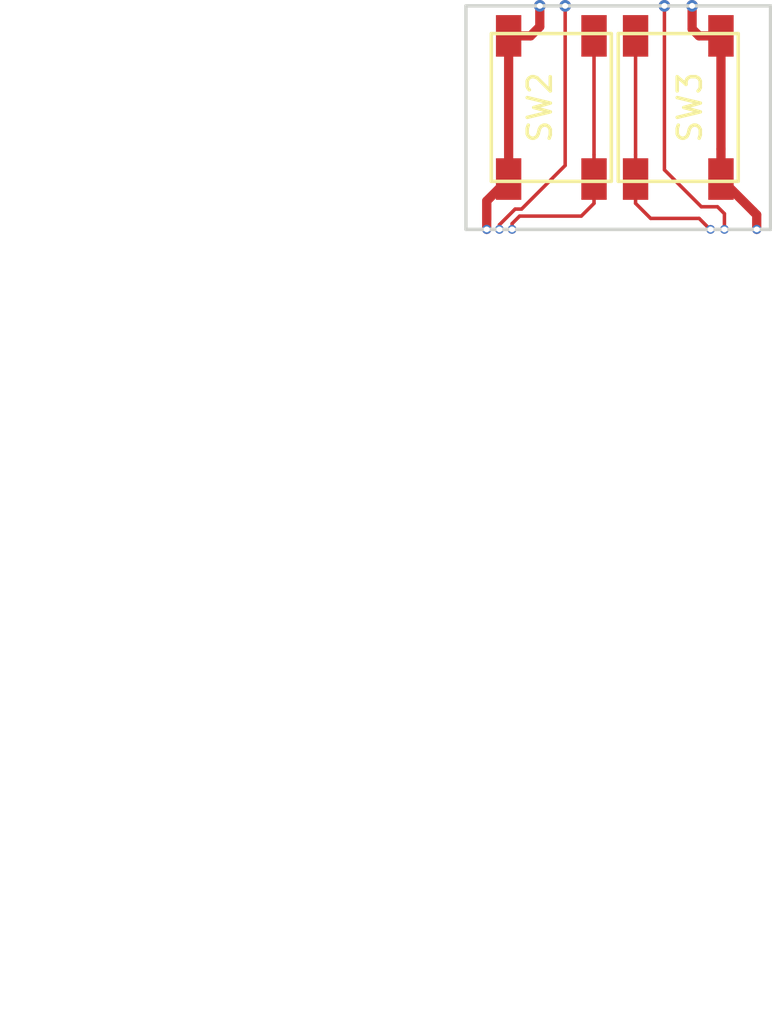
<source format=kicad_pcb>
(kicad_pcb (version 20171130) (host pcbnew "(5.0.2)-1")

  (general
    (thickness 1.6)
    (drawings 4)
    (tracks 48)
    (zones 0)
    (modules 3)
    (nets 6)
  )

  (page A4)
  (layers
    (0 Top signal)
    (31 Bottom signal)
    (32 B.Adhes user)
    (33 F.Adhes user)
    (34 B.Paste user)
    (35 F.Paste user)
    (36 B.SilkS user)
    (37 F.SilkS user)
    (38 B.Mask user)
    (39 F.Mask user)
    (40 Dwgs.User user)
    (41 Cmts.User user)
    (42 Eco1.User user)
    (43 Eco2.User user)
    (44 Edge.Cuts user)
    (45 Margin user)
    (46 B.CrtYd user)
    (47 F.CrtYd user)
    (48 B.Fab user)
    (49 F.Fab user)
  )

  (setup
    (last_trace_width 0.127)
    (trace_clearance 0.1524)
    (zone_clearance 0.508)
    (zone_45_only no)
    (trace_min 0.127)
    (segment_width 0.2)
    (edge_width 0.2)
    (via_size 0.381)
    (via_drill 0.254)
    (via_min_size 0.381)
    (via_min_drill 0.254)
    (uvia_size 0.3)
    (uvia_drill 0.1)
    (uvias_allowed no)
    (uvia_min_size 0.2)
    (uvia_min_drill 0.1)
    (pcb_text_width 0.3)
    (pcb_text_size 1.5 1.5)
    (mod_edge_width 0.15)
    (mod_text_size 1 1)
    (mod_text_width 0.15)
    (pad_size 1.524 1.524)
    (pad_drill 0.762)
    (pad_to_mask_clearance 0.051)
    (solder_mask_min_width 0.25)
    (aux_axis_origin 0 0)
    (visible_elements 7FFFFFFF)
    (pcbplotparams
      (layerselection 0x010fc_ffffffff)
      (usegerberextensions false)
      (usegerberattributes false)
      (usegerberadvancedattributes false)
      (creategerberjobfile false)
      (excludeedgelayer true)
      (linewidth 0.100000)
      (plotframeref false)
      (viasonmask false)
      (mode 1)
      (useauxorigin false)
      (hpglpennumber 1)
      (hpglpenspeed 20)
      (hpglpendiameter 15.000000)
      (psnegative false)
      (psa4output false)
      (plotreference true)
      (plotvalue true)
      (plotinvisibletext false)
      (padsonsilk false)
      (subtractmaskfromsilk false)
      (outputformat 1)
      (mirror false)
      (drillshape 1)
      (scaleselection 1)
      (outputdirectory ""))
  )

  (net 0 "")
  (net 1 VCC)
  (net 2 /PB4)
  (net 3 /PB3)
  (net 4 /PB2)
  (net 5 /PB1)

  (net_class Default "This is the default net class."
    (clearance 0.1524)
    (trace_width 0.127)
    (via_dia 0.381)
    (via_drill 0.254)
    (uvia_dia 0.3)
    (uvia_drill 0.1)
    (add_net /PB1)
    (add_net /PB2)
    (add_net /PB3)
    (add_net /PB4)
    (add_net VCC)
  )

  (module ringRemote:DUMMY (layer Top) (tedit 0) (tstamp 5C46A348)
    (at 135.4011 126.9036)
    (descr "<h3>Dummy Footprint</h3>\n<p>NOTHING HERE!!! For when you want a symbol with no package as an option against symbols with a package.</p>\n\n<p>Devices using:\n<ul><li>BADGERHACK_LOGO</li>\n<li>FRAME-LETTER</li></ul></p>")
    (path /CC96BE83)
    (fp_text reference FRAME1 (at 0 0) (layer F.SilkS) hide
      (effects (font (size 1.27 1.27) (thickness 0.15)))
    )
    (fp_text value FRAME-LETTERNO_PACKAGE (at 0 0) (layer F.SilkS) hide
      (effects (font (size 1.27 1.27) (thickness 0.15)))
    )
  )

  (module "ringRemote:RS-187R05A2-DS MT RT" (layer Top) (tedit 5C47F931) (tstamp 5C55A488)
    (at 146.1 88.2 270)
    (path /5C4EFF98)
    (fp_text reference SW2 (at 0 0.5 270) (layer F.SilkS)
      (effects (font (size 1 1) (thickness 0.15)))
    )
    (fp_text value SW_SPST_0 (at 0 -0.5 270) (layer F.Fab)
      (effects (font (size 1 1) (thickness 0.15)))
    )
    (fp_line (start -3.2 2.6) (end -3.2 -2.6) (layer F.SilkS) (width 0.15))
    (fp_line (start 3.2 2.6) (end -3.2 2.6) (layer F.SilkS) (width 0.15))
    (fp_line (start 3.2 -2.6) (end 3.2 2.6) (layer F.SilkS) (width 0.15))
    (fp_line (start -3.2 -2.6) (end 3.2 -2.6) (layer F.SilkS) (width 0.15))
    (pad 4 smd rect (at -3.1 1.85 270) (size 1.8 1.1) (layers Top F.Paste F.Mask)
      (net 1 VCC))
    (pad 3 smd rect (at 3.1 1.85 270) (size 1.8 1.1) (layers Top F.Paste F.Mask)
      (net 1 VCC))
    (pad 2 smd rect (at 3.1 -1.85 270) (size 1.8 1.1) (layers Top F.Paste F.Mask)
      (net 3 /PB3))
    (pad 1 smd rect (at -3.1 -1.85 270) (size 1.8 1.1) (layers Top F.Paste F.Mask)
      (net 3 /PB3))
  )

  (module "ringRemote:RS-187R05A2-DS MT RT" (layer Top) (tedit 5C47F931) (tstamp 5C55A2BE)
    (at 151.6 88.2 90)
    (path /5C4C6730)
    (fp_text reference SW3 (at 0 0.5 90) (layer F.SilkS)
      (effects (font (size 1 1) (thickness 0.15)))
    )
    (fp_text value SW_SPST_0 (at 0 -0.5 90) (layer F.Fab)
      (effects (font (size 1 1) (thickness 0.15)))
    )
    (fp_line (start -3.2 -2.6) (end 3.2 -2.6) (layer F.SilkS) (width 0.15))
    (fp_line (start 3.2 -2.6) (end 3.2 2.6) (layer F.SilkS) (width 0.15))
    (fp_line (start 3.2 2.6) (end -3.2 2.6) (layer F.SilkS) (width 0.15))
    (fp_line (start -3.2 2.6) (end -3.2 -2.6) (layer F.SilkS) (width 0.15))
    (pad 1 smd rect (at -3.1 -1.85 90) (size 1.8 1.1) (layers Top F.Paste F.Mask)
      (net 4 /PB2))
    (pad 2 smd rect (at 3.1 -1.85 90) (size 1.8 1.1) (layers Top F.Paste F.Mask)
      (net 4 /PB2))
    (pad 3 smd rect (at 3.1 1.85 90) (size 1.8 1.1) (layers Top F.Paste F.Mask)
      (net 1 VCC))
    (pad 4 smd rect (at -3.1 1.85 90) (size 1.8 1.1) (layers Top F.Paste F.Mask)
      (net 1 VCC))
  )

  (gr_line (start 155.6 93.48) (end 155.6 83.8) (layer Edge.Cuts) (width 0.15))
  (gr_line (start 142.4 83.8) (end 155.6 83.8) (layer Edge.Cuts) (width 0.15))
  (gr_line (start 142.4 93.48) (end 142.4 83.8) (layer Edge.Cuts) (width 0.15))
  (gr_line (start 155.6 93.48) (end 142.4011 93.48) (layer Edge.Cuts) (width 0.15) (tstamp 183A5D20))

  (via (at 155 93.48) (size 0.4) (drill 0.254) (layers Top Bottom) (net 1))
  (via (at 143.3 93.48) (size 0.4) (drill 0.254) (layers Top Bottom) (net 1))
  (segment (start 143.3 92.25) (end 144.25 91.3) (width 0.4) (layer Top) (net 1))
  (segment (start 153.45 90) (end 153.45 85.1) (width 0.4) (layer Top) (net 1))
  (segment (start 153.45 91.3) (end 153.45 90) (width 0.4) (layer Top) (net 1))
  (segment (start 144.25 85.1) (end 144.25 91.3) (width 0.4) (layer Top) (net 1))
  (segment (start 145.2 85.1) (end 145.6 84.7) (width 0.4) (layer Top) (net 1))
  (segment (start 144.25 85.1) (end 145.2 85.1) (width 0.4) (layer Top) (net 1))
  (via (at 145.6 83.8) (size 0.508) (drill 0.254) (layers Top Bottom) (net 1))
  (segment (start 145.6 84.7) (end 145.6 84) (width 0.4) (layer Top) (net 1))
  (segment (start 152.5 85.1) (end 152.2 84.8) (width 0.4) (layer Top) (net 1))
  (segment (start 153.45 85.1) (end 152.5 85.1) (width 0.4) (layer Top) (net 1))
  (via (at 152.2 83.8) (size 0.508) (drill 0.254) (layers Top Bottom) (net 1))
  (segment (start 152.2 84.8) (end 152.2 84) (width 0.4) (layer Top) (net 1))
  (segment (start 155 92.85) (end 155 93.48) (width 0.4) (layer Top) (net 1))
  (segment (start 154.85 92.7) (end 155 92.85) (width 0.4) (layer Top) (net 1))
  (segment (start 154.85 92.7) (end 153.45 91.3) (width 0.4) (layer Top) (net 1))
  (segment (start 143.3 92.25) (end 143.3 93.05259) (width 0.4) (layer Top) (net 1))
  (segment (start 143.3 92.25) (end 143.3 93.48) (width 0.4) (layer Top) (net 1))
  (via (at 143.85 93.48) (size 0.381) (drill 0.254) (layers Top Bottom) (net 2))
  (via (at 146.7 83.8) (size 0.508) (drill 0.254) (layers Top Bottom) (net 2))
  (segment (start 143.85 93.280593) (end 143.85 93.48) (width 0.1524) (layer Top) (net 2))
  (segment (start 144.530593 92.6) (end 143.85 93.280593) (width 0.1524) (layer Top) (net 2))
  (segment (start 144.811482 92.6) (end 144.530593 92.6) (width 0.1524) (layer Top) (net 2))
  (segment (start 146.7 84) (end 146.7 90.711482) (width 0.1524) (layer Top) (net 2))
  (segment (start 146.7 90.711482) (end 144.811482 92.6) (width 0.1524) (layer Top) (net 2))
  (via (at 144.4 93.48) (size 0.381) (drill 0.254) (layers Top Bottom) (net 3) (tstamp 5C55A897))
  (segment (start 147.95 90.2476) (end 147.95 85.1) (width 0.1524) (layer Top) (net 3))
  (segment (start 147.95 91.3) (end 147.95 90.2476) (width 0.1524) (layer Top) (net 3))
  (segment (start 147.95 92.3524) (end 147.95 91.3) (width 0.1524) (layer Top) (net 3))
  (segment (start 144.4 93.5) (end 144.4 93.230593) (width 0.1524) (layer Top) (net 3))
  (segment (start 144.4 93.230593) (end 144.725782 92.904811) (width 0.1524) (layer Top) (net 3))
  (segment (start 147.397589 92.904811) (end 147.95 92.3524) (width 0.1524) (layer Top) (net 3))
  (segment (start 144.725782 92.904811) (end 147.397589 92.904811) (width 0.1524) (layer Top) (net 3))
  (via (at 153 93.48) (size 0.381) (drill 0.254) (layers Top Bottom) (net 4))
  (segment (start 149.75 90.2476) (end 149.75 85.1) (width 0.1524) (layer Top) (net 4))
  (segment (start 149.75 91.3) (end 149.75 90.2476) (width 0.1524) (layer Top) (net 4))
  (segment (start 152.504811 93.004811) (end 150.402411 93.004811) (width 0.1524) (layer Top) (net 4))
  (segment (start 149.75 92.3524) (end 149.75 91.3) (width 0.1524) (layer Top) (net 4))
  (segment (start 153 93.5) (end 152.504811 93.004811) (width 0.1524) (layer Top) (net 4))
  (segment (start 150.402411 93.004811) (end 149.75 92.3524) (width 0.1524) (layer Top) (net 4))
  (via (at 153.6 93.48) (size 0.381) (drill 0.254) (layers Top Bottom) (net 5))
  (via (at 151 83.8) (size 0.508) (drill 0.254) (layers Top Bottom) (net 5))
  (segment (start 151 90.9) (end 151 84) (width 0.1524) (layer Top) (net 5))
  (segment (start 152.6 92.5) (end 153.3 92.5) (width 0.1524) (layer Top) (net 5))
  (segment (start 152.6 92.5) (end 151 90.9) (width 0.1524) (layer Top) (net 5))
  (segment (start 153.3 92.5) (end 153.6 92.8) (width 0.1524) (layer Top) (net 5))
  (segment (start 153.6 92.8) (end 153.6 93.48) (width 0.1524) (layer Top) (net 5))

)

</source>
